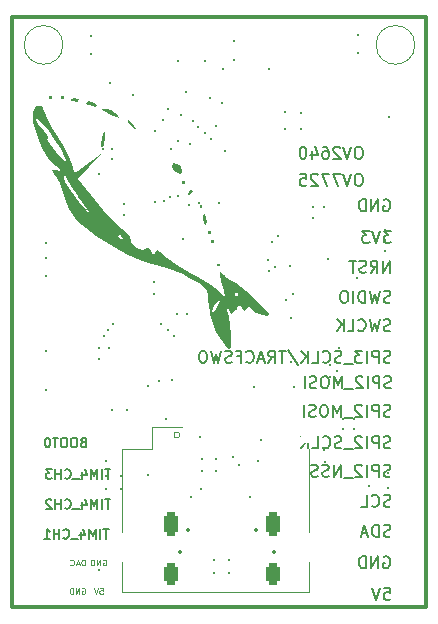
<source format=gbr>
%TF.GenerationSoftware,KiCad,Pcbnew,(5.99.0-12605-g2e120528c8)*%
%TF.CreationDate,2021-09-29T20:44:58+08:00*%
%TF.ProjectId,openmv4,6f70656e-6d76-4342-9e6b-696361645f70,rev?*%
%TF.SameCoordinates,Original*%
%TF.FileFunction,Legend,Bot*%
%TF.FilePolarity,Positive*%
%FSLAX46Y46*%
G04 Gerber Fmt 4.6, Leading zero omitted, Abs format (unit mm)*
G04 Created by KiCad (PCBNEW (5.99.0-12605-g2e120528c8)) date 2021-09-29 20:44:58*
%MOMM*%
%LPD*%
G01*
G04 APERTURE LIST*
G04 Aperture macros list*
%AMRoundRect*
0 Rectangle with rounded corners*
0 $1 Rounding radius*
0 $2 $3 $4 $5 $6 $7 $8 $9 X,Y pos of 4 corners*
0 Add a 4 corners polygon primitive as box body*
4,1,4,$2,$3,$4,$5,$6,$7,$8,$9,$2,$3,0*
0 Add four circle primitives for the rounded corners*
1,1,$1+$1,$2,$3*
1,1,$1+$1,$4,$5*
1,1,$1+$1,$6,$7*
1,1,$1+$1,$8,$9*
0 Add four rect primitives between the rounded corners*
20,1,$1+$1,$2,$3,$4,$5,0*
20,1,$1+$1,$4,$5,$6,$7,0*
20,1,$1+$1,$6,$7,$8,$9,0*
20,1,$1+$1,$8,$9,$2,$3,0*%
G04 Aperture macros list end*
%TA.AperFunction,Profile*%
%ADD10C,0.100000*%
%TD*%
%TA.AperFunction,Profile*%
%ADD11C,0.300000*%
%TD*%
%ADD12C,0.150000*%
%ADD13C,0.125000*%
%ADD14C,0.120000*%
%ADD15C,0.304800*%
%ADD16C,0.350000*%
%ADD17O,0.800000X1.100000*%
%ADD18R,1.800000X1.800000*%
%ADD19C,1.800000*%
%ADD20RoundRect,0.300000X-0.300000X-0.600000X0.300000X-0.600000X0.300000X0.600000X-0.300000X0.600000X0*%
%ADD21RoundRect,0.300000X-0.300000X-0.700000X0.300000X-0.700000X0.300000X0.700000X-0.300000X0.700000X0*%
%ADD22R,0.700000X1.600000*%
%ADD23R,1.600000X1.500000*%
%ADD24R,1.200000X2.200000*%
%ADD25R,1.200000X1.500000*%
G04 APERTURE END LIST*
D10*
X134716772Y-68757800D02*
G75*
G03*
X134716772Y-68757800I-1635886J0D01*
G01*
D11*
X100634800Y-66382800D02*
X135634800Y-66382800D01*
X135634800Y-116382800D02*
X135634800Y-66382800D01*
X100634800Y-116382800D02*
X100634800Y-66382800D01*
X100634800Y-116382800D02*
X135634800Y-116382800D01*
D10*
X104927400Y-68757800D02*
G75*
G03*
X104927400Y-68757800I-1635886J0D01*
G01*
D12*
X132078704Y-81884800D02*
X132173942Y-81837180D01*
X132316800Y-81837180D01*
X132459657Y-81884800D01*
X132554895Y-81980038D01*
X132602514Y-82075276D01*
X132650133Y-82265752D01*
X132650133Y-82408609D01*
X132602514Y-82599085D01*
X132554895Y-82694323D01*
X132459657Y-82789561D01*
X132316800Y-82837180D01*
X132221561Y-82837180D01*
X132078704Y-82789561D01*
X132031085Y-82741942D01*
X132031085Y-82408609D01*
X132221561Y-82408609D01*
X131602514Y-82837180D02*
X131602514Y-81837180D01*
X131031085Y-82837180D01*
X131031085Y-81837180D01*
X130554895Y-82837180D02*
X130554895Y-81837180D01*
X130316800Y-81837180D01*
X130173942Y-81884800D01*
X130078704Y-81980038D01*
X130031085Y-82075276D01*
X129983466Y-82265752D01*
X129983466Y-82408609D01*
X130031085Y-82599085D01*
X130078704Y-82694323D01*
X130173942Y-82789561D01*
X130316800Y-82837180D01*
X130554895Y-82837180D01*
X132078704Y-112110800D02*
X132173942Y-112063180D01*
X132316800Y-112063180D01*
X132459657Y-112110800D01*
X132554895Y-112206038D01*
X132602514Y-112301276D01*
X132650133Y-112491752D01*
X132650133Y-112634609D01*
X132602514Y-112825085D01*
X132554895Y-112920323D01*
X132459657Y-113015561D01*
X132316800Y-113063180D01*
X132221561Y-113063180D01*
X132078704Y-113015561D01*
X132031085Y-112967942D01*
X132031085Y-112634609D01*
X132221561Y-112634609D01*
X131602514Y-113063180D02*
X131602514Y-112063180D01*
X131031085Y-113063180D01*
X131031085Y-112063180D01*
X130554895Y-113063180D02*
X130554895Y-112063180D01*
X130316800Y-112063180D01*
X130173942Y-112110800D01*
X130078704Y-112206038D01*
X130031085Y-112301276D01*
X129983466Y-112491752D01*
X129983466Y-112634609D01*
X130031085Y-112825085D01*
X130078704Y-112920323D01*
X130173942Y-113015561D01*
X130316800Y-113063180D01*
X130554895Y-113063180D01*
X108805704Y-109759704D02*
X108348561Y-109759704D01*
X108577133Y-110559704D02*
X108577133Y-109759704D01*
X108081895Y-110559704D02*
X108081895Y-109759704D01*
X107700942Y-110559704D02*
X107700942Y-109759704D01*
X107434276Y-110331133D01*
X107167609Y-109759704D01*
X107167609Y-110559704D01*
X106443800Y-110026371D02*
X106443800Y-110559704D01*
X106634276Y-109721609D02*
X106824752Y-110293038D01*
X106329514Y-110293038D01*
X106215228Y-110635895D02*
X105605704Y-110635895D01*
X104958085Y-110483514D02*
X104996180Y-110521609D01*
X105110466Y-110559704D01*
X105186657Y-110559704D01*
X105300942Y-110521609D01*
X105377133Y-110445419D01*
X105415228Y-110369228D01*
X105453323Y-110216847D01*
X105453323Y-110102561D01*
X105415228Y-109950180D01*
X105377133Y-109873990D01*
X105300942Y-109797800D01*
X105186657Y-109759704D01*
X105110466Y-109759704D01*
X104996180Y-109797800D01*
X104958085Y-109835895D01*
X104615228Y-110559704D02*
X104615228Y-109759704D01*
X104615228Y-110140657D02*
X104158085Y-110140657D01*
X104158085Y-110559704D02*
X104158085Y-109759704D01*
X103358085Y-110559704D02*
X103815228Y-110559704D01*
X103586657Y-110559704D02*
X103586657Y-109759704D01*
X103662847Y-109873990D01*
X103739038Y-109950180D01*
X103815228Y-109988276D01*
X106621466Y-102393657D02*
X106507180Y-102431752D01*
X106469085Y-102469847D01*
X106430990Y-102546038D01*
X106430990Y-102660323D01*
X106469085Y-102736514D01*
X106507180Y-102774609D01*
X106583371Y-102812704D01*
X106888133Y-102812704D01*
X106888133Y-102012704D01*
X106621466Y-102012704D01*
X106545276Y-102050800D01*
X106507180Y-102088895D01*
X106469085Y-102165085D01*
X106469085Y-102241276D01*
X106507180Y-102317466D01*
X106545276Y-102355561D01*
X106621466Y-102393657D01*
X106888133Y-102393657D01*
X105935752Y-102012704D02*
X105783371Y-102012704D01*
X105707180Y-102050800D01*
X105630990Y-102126990D01*
X105592895Y-102279371D01*
X105592895Y-102546038D01*
X105630990Y-102698419D01*
X105707180Y-102774609D01*
X105783371Y-102812704D01*
X105935752Y-102812704D01*
X106011942Y-102774609D01*
X106088133Y-102698419D01*
X106126228Y-102546038D01*
X106126228Y-102279371D01*
X106088133Y-102126990D01*
X106011942Y-102050800D01*
X105935752Y-102012704D01*
X105097657Y-102012704D02*
X104945276Y-102012704D01*
X104869085Y-102050800D01*
X104792895Y-102126990D01*
X104754800Y-102279371D01*
X104754800Y-102546038D01*
X104792895Y-102698419D01*
X104869085Y-102774609D01*
X104945276Y-102812704D01*
X105097657Y-102812704D01*
X105173847Y-102774609D01*
X105250038Y-102698419D01*
X105288133Y-102546038D01*
X105288133Y-102279371D01*
X105250038Y-102126990D01*
X105173847Y-102050800D01*
X105097657Y-102012704D01*
X104526228Y-102012704D02*
X104069085Y-102012704D01*
X104297657Y-102812704D02*
X104297657Y-102012704D01*
X103650038Y-102012704D02*
X103573847Y-102012704D01*
X103497657Y-102050800D01*
X103459561Y-102088895D01*
X103421466Y-102165085D01*
X103383371Y-102317466D01*
X103383371Y-102507942D01*
X103421466Y-102660323D01*
X103459561Y-102736514D01*
X103497657Y-102774609D01*
X103573847Y-102812704D01*
X103650038Y-102812704D01*
X103726228Y-102774609D01*
X103764323Y-102736514D01*
X103802419Y-102660323D01*
X103840514Y-102507942D01*
X103840514Y-102317466D01*
X103802419Y-102165085D01*
X103764323Y-102088895D01*
X103726228Y-102050800D01*
X103650038Y-102012704D01*
X132602514Y-88044180D02*
X132602514Y-87044180D01*
X132031085Y-88044180D01*
X132031085Y-87044180D01*
X130983466Y-88044180D02*
X131316799Y-87567990D01*
X131554895Y-88044180D02*
X131554895Y-87044180D01*
X131173942Y-87044180D01*
X131078704Y-87091800D01*
X131031085Y-87139419D01*
X130983466Y-87234657D01*
X130983466Y-87377514D01*
X131031085Y-87472752D01*
X131078704Y-87520371D01*
X131173942Y-87567990D01*
X131554895Y-87567990D01*
X130602514Y-87996561D02*
X130459657Y-88044180D01*
X130221561Y-88044180D01*
X130126323Y-87996561D01*
X130078704Y-87948942D01*
X130031085Y-87853704D01*
X130031085Y-87758466D01*
X130078704Y-87663228D01*
X130126323Y-87615609D01*
X130221561Y-87567990D01*
X130412037Y-87520371D01*
X130507276Y-87472752D01*
X130554895Y-87425133D01*
X130602514Y-87329895D01*
X130602514Y-87234657D01*
X130554895Y-87139419D01*
X130507276Y-87091800D01*
X130412037Y-87044180D01*
X130173942Y-87044180D01*
X130031085Y-87091800D01*
X129745371Y-87044180D02*
X129173942Y-87044180D01*
X129459657Y-88044180D02*
X129459657Y-87044180D01*
D13*
X108044038Y-114749990D02*
X108282133Y-114749990D01*
X108305942Y-114988085D01*
X108282133Y-114964276D01*
X108234514Y-114940466D01*
X108115466Y-114940466D01*
X108067847Y-114964276D01*
X108044038Y-114988085D01*
X108020228Y-115035704D01*
X108020228Y-115154752D01*
X108044038Y-115202371D01*
X108067847Y-115226180D01*
X108115466Y-115249990D01*
X108234514Y-115249990D01*
X108282133Y-115226180D01*
X108305942Y-115202371D01*
X107877371Y-114749990D02*
X107710704Y-115249990D01*
X107544038Y-114749990D01*
X108329752Y-112360800D02*
X108377371Y-112336990D01*
X108448800Y-112336990D01*
X108520228Y-112360800D01*
X108567847Y-112408419D01*
X108591657Y-112456038D01*
X108615466Y-112551276D01*
X108615466Y-112622704D01*
X108591657Y-112717942D01*
X108567847Y-112765561D01*
X108520228Y-112813180D01*
X108448800Y-112836990D01*
X108401180Y-112836990D01*
X108329752Y-112813180D01*
X108305942Y-112789371D01*
X108305942Y-112622704D01*
X108401180Y-112622704D01*
X108091657Y-112836990D02*
X108091657Y-112336990D01*
X107805942Y-112836990D01*
X107805942Y-112336990D01*
X107567847Y-112836990D02*
X107567847Y-112336990D01*
X107448800Y-112336990D01*
X107377371Y-112360800D01*
X107329752Y-112408419D01*
X107305942Y-112456038D01*
X107282133Y-112551276D01*
X107282133Y-112622704D01*
X107305942Y-112717942D01*
X107329752Y-112765561D01*
X107377371Y-112813180D01*
X107448800Y-112836990D01*
X107567847Y-112836990D01*
D12*
X132126324Y-114730180D02*
X132602514Y-114730180D01*
X132650133Y-115206371D01*
X132602514Y-115158752D01*
X132507276Y-115111133D01*
X132269181Y-115111133D01*
X132173943Y-115158752D01*
X132126324Y-115206371D01*
X132078705Y-115301609D01*
X132078705Y-115539704D01*
X132126324Y-115634942D01*
X132173943Y-115682561D01*
X132269181Y-115730180D01*
X132507276Y-115730180D01*
X132602514Y-115682561D01*
X132650133Y-115634942D01*
X131792990Y-114730180D02*
X131459657Y-115730180D01*
X131126324Y-114730180D01*
X132650133Y-107808561D02*
X132507276Y-107856180D01*
X132269180Y-107856180D01*
X132173942Y-107808561D01*
X132126323Y-107760942D01*
X132078704Y-107665704D01*
X132078704Y-107570466D01*
X132126323Y-107475228D01*
X132173942Y-107427609D01*
X132269180Y-107379990D01*
X132459657Y-107332371D01*
X132554895Y-107284752D01*
X132602514Y-107237133D01*
X132650133Y-107141895D01*
X132650133Y-107046657D01*
X132602514Y-106951419D01*
X132554895Y-106903800D01*
X132459657Y-106856180D01*
X132221561Y-106856180D01*
X132078704Y-106903800D01*
X131078704Y-107760942D02*
X131126323Y-107808561D01*
X131269180Y-107856180D01*
X131364418Y-107856180D01*
X131507276Y-107808561D01*
X131602514Y-107713323D01*
X131650133Y-107618085D01*
X131697752Y-107427609D01*
X131697752Y-107284752D01*
X131650133Y-107094276D01*
X131602514Y-106999038D01*
X131507276Y-106903800D01*
X131364418Y-106856180D01*
X131269180Y-106856180D01*
X131126323Y-106903800D01*
X131078704Y-106951419D01*
X130173942Y-107856180D02*
X130650133Y-107856180D01*
X130650133Y-106856180D01*
D13*
X106766038Y-112836990D02*
X106766038Y-112336990D01*
X106646990Y-112336990D01*
X106575561Y-112360800D01*
X106527942Y-112408419D01*
X106504133Y-112456038D01*
X106480323Y-112551276D01*
X106480323Y-112622704D01*
X106504133Y-112717942D01*
X106527942Y-112765561D01*
X106575561Y-112813180D01*
X106646990Y-112836990D01*
X106766038Y-112836990D01*
X106289847Y-112694133D02*
X106051752Y-112694133D01*
X106337466Y-112836990D02*
X106170800Y-112336990D01*
X106004133Y-112836990D01*
X105551752Y-112789371D02*
X105575561Y-112813180D01*
X105646990Y-112836990D01*
X105694609Y-112836990D01*
X105766038Y-112813180D01*
X105813657Y-112765561D01*
X105837466Y-112717942D01*
X105861276Y-112622704D01*
X105861276Y-112551276D01*
X105837466Y-112456038D01*
X105813657Y-112408419D01*
X105766038Y-112360800D01*
X105694609Y-112336990D01*
X105646990Y-112336990D01*
X105575561Y-112360800D01*
X105551752Y-112384609D01*
D12*
X132650133Y-90536561D02*
X132507276Y-90584180D01*
X132269181Y-90584180D01*
X132173943Y-90536561D01*
X132126324Y-90488942D01*
X132078705Y-90393704D01*
X132078705Y-90298466D01*
X132126324Y-90203228D01*
X132173943Y-90155609D01*
X132269181Y-90107990D01*
X132459657Y-90060371D01*
X132554895Y-90012752D01*
X132602514Y-89965133D01*
X132650133Y-89869895D01*
X132650133Y-89774657D01*
X132602514Y-89679419D01*
X132554895Y-89631800D01*
X132459657Y-89584180D01*
X132221562Y-89584180D01*
X132078705Y-89631800D01*
X131745371Y-89584180D02*
X131507276Y-90584180D01*
X131316800Y-89869895D01*
X131126324Y-90584180D01*
X130888228Y-89584180D01*
X130507276Y-90584180D02*
X130507276Y-89584180D01*
X130269181Y-89584180D01*
X130126324Y-89631800D01*
X130031086Y-89727038D01*
X129983466Y-89822276D01*
X129935847Y-90012752D01*
X129935847Y-90155609D01*
X129983466Y-90346085D01*
X130031086Y-90441323D01*
X130126324Y-90536561D01*
X130269181Y-90584180D01*
X130507276Y-90584180D01*
X129507276Y-90584180D02*
X129507276Y-89584180D01*
X128840609Y-89584180D02*
X128650133Y-89584180D01*
X128554895Y-89631800D01*
X128459657Y-89727038D01*
X128412038Y-89917514D01*
X128412038Y-90250847D01*
X128459657Y-90441323D01*
X128554895Y-90536561D01*
X128650133Y-90584180D01*
X128840609Y-90584180D01*
X128935847Y-90536561D01*
X129031086Y-90441323D01*
X129078705Y-90250847D01*
X129078705Y-89917514D01*
X129031086Y-89727038D01*
X128935847Y-89631800D01*
X128840609Y-89584180D01*
X132650133Y-100188561D02*
X132507276Y-100236180D01*
X132269180Y-100236180D01*
X132173942Y-100188561D01*
X132126323Y-100140942D01*
X132078704Y-100045704D01*
X132078704Y-99950466D01*
X132126323Y-99855228D01*
X132173942Y-99807609D01*
X132269180Y-99759990D01*
X132459657Y-99712371D01*
X132554895Y-99664752D01*
X132602514Y-99617133D01*
X132650133Y-99521895D01*
X132650133Y-99426657D01*
X132602514Y-99331419D01*
X132554895Y-99283800D01*
X132459657Y-99236180D01*
X132221561Y-99236180D01*
X132078704Y-99283800D01*
X131650133Y-100236180D02*
X131650133Y-99236180D01*
X131269180Y-99236180D01*
X131173942Y-99283800D01*
X131126323Y-99331419D01*
X131078704Y-99426657D01*
X131078704Y-99569514D01*
X131126323Y-99664752D01*
X131173942Y-99712371D01*
X131269180Y-99759990D01*
X131650133Y-99759990D01*
X130650133Y-100236180D02*
X130650133Y-99236180D01*
X130221561Y-99331419D02*
X130173942Y-99283800D01*
X130078704Y-99236180D01*
X129840609Y-99236180D01*
X129745371Y-99283800D01*
X129697752Y-99331419D01*
X129650133Y-99426657D01*
X129650133Y-99521895D01*
X129697752Y-99664752D01*
X130269180Y-100236180D01*
X129650133Y-100236180D01*
X129459657Y-100331419D02*
X128697752Y-100331419D01*
X128459657Y-100236180D02*
X128459657Y-99236180D01*
X128126323Y-99950466D01*
X127792990Y-99236180D01*
X127792990Y-100236180D01*
X127126323Y-99236180D02*
X126935847Y-99236180D01*
X126840609Y-99283800D01*
X126745371Y-99379038D01*
X126697752Y-99569514D01*
X126697752Y-99902847D01*
X126745371Y-100093323D01*
X126840609Y-100188561D01*
X126935847Y-100236180D01*
X127126323Y-100236180D01*
X127221561Y-100188561D01*
X127316799Y-100093323D01*
X127364418Y-99902847D01*
X127364418Y-99569514D01*
X127316799Y-99379038D01*
X127221561Y-99283800D01*
X127126323Y-99236180D01*
X126316799Y-100188561D02*
X126173942Y-100236180D01*
X125935847Y-100236180D01*
X125840609Y-100188561D01*
X125792990Y-100140942D01*
X125745371Y-100045704D01*
X125745371Y-99950466D01*
X125792990Y-99855228D01*
X125840609Y-99807609D01*
X125935847Y-99759990D01*
X126126323Y-99712371D01*
X126221561Y-99664752D01*
X126269180Y-99617133D01*
X126316799Y-99521895D01*
X126316799Y-99426657D01*
X126269180Y-99331419D01*
X126221561Y-99283800D01*
X126126323Y-99236180D01*
X125888228Y-99236180D01*
X125745371Y-99283800D01*
X125316799Y-100236180D02*
X125316799Y-99236180D01*
X132650133Y-105268561D02*
X132507276Y-105316180D01*
X132269181Y-105316180D01*
X132173943Y-105268561D01*
X132126324Y-105220942D01*
X132078705Y-105125704D01*
X132078705Y-105030466D01*
X132126324Y-104935228D01*
X132173943Y-104887609D01*
X132269181Y-104839990D01*
X132459657Y-104792371D01*
X132554895Y-104744752D01*
X132602514Y-104697133D01*
X132650133Y-104601895D01*
X132650133Y-104506657D01*
X132602514Y-104411419D01*
X132554895Y-104363800D01*
X132459657Y-104316180D01*
X132221562Y-104316180D01*
X132078705Y-104363800D01*
X131650133Y-105316180D02*
X131650133Y-104316180D01*
X131269181Y-104316180D01*
X131173943Y-104363800D01*
X131126324Y-104411419D01*
X131078705Y-104506657D01*
X131078705Y-104649514D01*
X131126324Y-104744752D01*
X131173943Y-104792371D01*
X131269181Y-104839990D01*
X131650133Y-104839990D01*
X130650133Y-105316180D02*
X130650133Y-104316180D01*
X130221562Y-104411419D02*
X130173943Y-104363800D01*
X130078705Y-104316180D01*
X129840610Y-104316180D01*
X129745371Y-104363800D01*
X129697752Y-104411419D01*
X129650133Y-104506657D01*
X129650133Y-104601895D01*
X129697752Y-104744752D01*
X130269181Y-105316180D01*
X129650133Y-105316180D01*
X129459657Y-105411419D02*
X128697752Y-105411419D01*
X128459657Y-105316180D02*
X128459657Y-104316180D01*
X127888229Y-105316180D01*
X127888229Y-104316180D01*
X127459657Y-105268561D02*
X127316800Y-105316180D01*
X127078705Y-105316180D01*
X126983467Y-105268561D01*
X126935848Y-105220942D01*
X126888229Y-105125704D01*
X126888229Y-105030466D01*
X126935848Y-104935228D01*
X126983467Y-104887609D01*
X127078705Y-104839990D01*
X127269181Y-104792371D01*
X127364419Y-104744752D01*
X127412038Y-104697133D01*
X127459657Y-104601895D01*
X127459657Y-104506657D01*
X127412038Y-104411419D01*
X127364419Y-104363800D01*
X127269181Y-104316180D01*
X127031086Y-104316180D01*
X126888229Y-104363800D01*
X126507276Y-105268561D02*
X126364419Y-105316180D01*
X126126324Y-105316180D01*
X126031086Y-105268561D01*
X125983467Y-105220942D01*
X125935848Y-105125704D01*
X125935848Y-105030466D01*
X125983467Y-104935228D01*
X126031086Y-104887609D01*
X126126324Y-104839990D01*
X126316800Y-104792371D01*
X126412038Y-104744752D01*
X126459657Y-104697133D01*
X126507276Y-104601895D01*
X126507276Y-104506657D01*
X126459657Y-104411419D01*
X126412038Y-104363800D01*
X126316800Y-104316180D01*
X126078705Y-104316180D01*
X125935848Y-104363800D01*
X132650133Y-110348561D02*
X132507276Y-110396180D01*
X132269181Y-110396180D01*
X132173943Y-110348561D01*
X132126324Y-110300942D01*
X132078705Y-110205704D01*
X132078705Y-110110466D01*
X132126324Y-110015228D01*
X132173943Y-109967609D01*
X132269181Y-109919990D01*
X132459657Y-109872371D01*
X132554895Y-109824752D01*
X132602514Y-109777133D01*
X132650133Y-109681895D01*
X132650133Y-109586657D01*
X132602514Y-109491419D01*
X132554895Y-109443800D01*
X132459657Y-109396180D01*
X132221562Y-109396180D01*
X132078705Y-109443800D01*
X131650133Y-110396180D02*
X131650133Y-109396180D01*
X131412038Y-109396180D01*
X131269181Y-109443800D01*
X131173943Y-109539038D01*
X131126324Y-109634276D01*
X131078705Y-109824752D01*
X131078705Y-109967609D01*
X131126324Y-110158085D01*
X131173943Y-110253323D01*
X131269181Y-110348561D01*
X131412038Y-110396180D01*
X131650133Y-110396180D01*
X130697752Y-110110466D02*
X130221562Y-110110466D01*
X130792990Y-110396180D02*
X130459657Y-109396180D01*
X130126324Y-110396180D01*
X132650133Y-102855561D02*
X132507276Y-102903180D01*
X132269181Y-102903180D01*
X132173943Y-102855561D01*
X132126324Y-102807942D01*
X132078705Y-102712704D01*
X132078705Y-102617466D01*
X132126324Y-102522228D01*
X132173943Y-102474609D01*
X132269181Y-102426990D01*
X132459657Y-102379371D01*
X132554895Y-102331752D01*
X132602514Y-102284133D01*
X132650133Y-102188895D01*
X132650133Y-102093657D01*
X132602514Y-101998419D01*
X132554895Y-101950800D01*
X132459657Y-101903180D01*
X132221562Y-101903180D01*
X132078705Y-101950800D01*
X131650133Y-102903180D02*
X131650133Y-101903180D01*
X131269181Y-101903180D01*
X131173943Y-101950800D01*
X131126324Y-101998419D01*
X131078705Y-102093657D01*
X131078705Y-102236514D01*
X131126324Y-102331752D01*
X131173943Y-102379371D01*
X131269181Y-102426990D01*
X131650133Y-102426990D01*
X130650133Y-102903180D02*
X130650133Y-101903180D01*
X130221562Y-101998419D02*
X130173943Y-101950800D01*
X130078705Y-101903180D01*
X129840609Y-101903180D01*
X129745371Y-101950800D01*
X129697752Y-101998419D01*
X129650133Y-102093657D01*
X129650133Y-102188895D01*
X129697752Y-102331752D01*
X130269181Y-102903180D01*
X129650133Y-102903180D01*
X129459657Y-102998419D02*
X128697752Y-102998419D01*
X128507276Y-102855561D02*
X128364419Y-102903180D01*
X128126324Y-102903180D01*
X128031086Y-102855561D01*
X127983467Y-102807942D01*
X127935848Y-102712704D01*
X127935848Y-102617466D01*
X127983467Y-102522228D01*
X128031086Y-102474609D01*
X128126324Y-102426990D01*
X128316800Y-102379371D01*
X128412038Y-102331752D01*
X128459657Y-102284133D01*
X128507276Y-102188895D01*
X128507276Y-102093657D01*
X128459657Y-101998419D01*
X128412038Y-101950800D01*
X128316800Y-101903180D01*
X128078705Y-101903180D01*
X127935848Y-101950800D01*
X126935848Y-102807942D02*
X126983467Y-102855561D01*
X127126324Y-102903180D01*
X127221562Y-102903180D01*
X127364419Y-102855561D01*
X127459657Y-102760323D01*
X127507276Y-102665085D01*
X127554895Y-102474609D01*
X127554895Y-102331752D01*
X127507276Y-102141276D01*
X127459657Y-102046038D01*
X127364419Y-101950800D01*
X127221562Y-101903180D01*
X127126324Y-101903180D01*
X126983467Y-101950800D01*
X126935848Y-101998419D01*
X126031086Y-102903180D02*
X126507276Y-102903180D01*
X126507276Y-101903180D01*
X125697752Y-102903180D02*
X125697752Y-101903180D01*
X125126324Y-102903180D02*
X125554895Y-102331752D01*
X125126324Y-101903180D02*
X125697752Y-102474609D01*
X132721276Y-97775561D02*
X132578419Y-97823180D01*
X132340323Y-97823180D01*
X132245085Y-97775561D01*
X132197466Y-97727942D01*
X132149847Y-97632704D01*
X132149847Y-97537466D01*
X132197466Y-97442228D01*
X132245085Y-97394609D01*
X132340323Y-97346990D01*
X132530800Y-97299371D01*
X132626038Y-97251752D01*
X132673657Y-97204133D01*
X132721276Y-97108895D01*
X132721276Y-97013657D01*
X132673657Y-96918419D01*
X132626038Y-96870800D01*
X132530800Y-96823180D01*
X132292704Y-96823180D01*
X132149847Y-96870800D01*
X131721276Y-97823180D02*
X131721276Y-96823180D01*
X131340323Y-96823180D01*
X131245085Y-96870800D01*
X131197466Y-96918419D01*
X131149847Y-97013657D01*
X131149847Y-97156514D01*
X131197466Y-97251752D01*
X131245085Y-97299371D01*
X131340323Y-97346990D01*
X131721276Y-97346990D01*
X130721276Y-97823180D02*
X130721276Y-96823180D01*
X130292704Y-96918419D02*
X130245085Y-96870800D01*
X130149847Y-96823180D01*
X129911752Y-96823180D01*
X129816514Y-96870800D01*
X129768895Y-96918419D01*
X129721276Y-97013657D01*
X129721276Y-97108895D01*
X129768895Y-97251752D01*
X130340323Y-97823180D01*
X129721276Y-97823180D01*
X129530800Y-97918419D02*
X128768895Y-97918419D01*
X128530800Y-97823180D02*
X128530800Y-96823180D01*
X128197466Y-97537466D01*
X127864133Y-96823180D01*
X127864133Y-97823180D01*
X127197466Y-96823180D02*
X127006990Y-96823180D01*
X126911752Y-96870800D01*
X126816514Y-96966038D01*
X126768895Y-97156514D01*
X126768895Y-97489847D01*
X126816514Y-97680323D01*
X126911752Y-97775561D01*
X127006990Y-97823180D01*
X127197466Y-97823180D01*
X127292704Y-97775561D01*
X127387942Y-97680323D01*
X127435561Y-97489847D01*
X127435561Y-97156514D01*
X127387942Y-96966038D01*
X127292704Y-96870800D01*
X127197466Y-96823180D01*
X126387942Y-97775561D02*
X126245085Y-97823180D01*
X126006990Y-97823180D01*
X125911752Y-97775561D01*
X125864133Y-97727942D01*
X125816514Y-97632704D01*
X125816514Y-97537466D01*
X125864133Y-97442228D01*
X125911752Y-97394609D01*
X126006990Y-97346990D01*
X126197466Y-97299371D01*
X126292704Y-97251752D01*
X126340323Y-97204133D01*
X126387942Y-97108895D01*
X126387942Y-97013657D01*
X126340323Y-96918419D01*
X126292704Y-96870800D01*
X126197466Y-96823180D01*
X125959371Y-96823180D01*
X125816514Y-96870800D01*
X125387942Y-97823180D02*
X125387942Y-96823180D01*
X130062371Y-77392180D02*
X129871895Y-77392180D01*
X129776657Y-77439800D01*
X129681419Y-77535038D01*
X129633800Y-77725514D01*
X129633800Y-78058847D01*
X129681419Y-78249323D01*
X129776657Y-78344561D01*
X129871895Y-78392180D01*
X130062371Y-78392180D01*
X130157609Y-78344561D01*
X130252847Y-78249323D01*
X130300466Y-78058847D01*
X130300466Y-77725514D01*
X130252847Y-77535038D01*
X130157609Y-77439800D01*
X130062371Y-77392180D01*
X129348085Y-77392180D02*
X129014752Y-78392180D01*
X128681419Y-77392180D01*
X128395704Y-77487419D02*
X128348085Y-77439800D01*
X128252847Y-77392180D01*
X128014752Y-77392180D01*
X127919514Y-77439800D01*
X127871895Y-77487419D01*
X127824276Y-77582657D01*
X127824276Y-77677895D01*
X127871895Y-77820752D01*
X128443323Y-78392180D01*
X127824276Y-78392180D01*
X126967133Y-77392180D02*
X127157609Y-77392180D01*
X127252847Y-77439800D01*
X127300466Y-77487419D01*
X127395704Y-77630276D01*
X127443323Y-77820752D01*
X127443323Y-78201704D01*
X127395704Y-78296942D01*
X127348085Y-78344561D01*
X127252847Y-78392180D01*
X127062371Y-78392180D01*
X126967133Y-78344561D01*
X126919514Y-78296942D01*
X126871895Y-78201704D01*
X126871895Y-77963609D01*
X126919514Y-77868371D01*
X126967133Y-77820752D01*
X127062371Y-77773133D01*
X127252847Y-77773133D01*
X127348085Y-77820752D01*
X127395704Y-77868371D01*
X127443323Y-77963609D01*
X126014752Y-77725514D02*
X126014752Y-78392180D01*
X126252847Y-77344561D02*
X126490942Y-78058847D01*
X125871895Y-78058847D01*
X125300466Y-77392180D02*
X125205228Y-77392180D01*
X125109990Y-77439800D01*
X125062371Y-77487419D01*
X125014752Y-77582657D01*
X124967133Y-77773133D01*
X124967133Y-78011228D01*
X125014752Y-78201704D01*
X125062371Y-78296942D01*
X125109990Y-78344561D01*
X125205228Y-78392180D01*
X125300466Y-78392180D01*
X125395704Y-78344561D01*
X125443323Y-78296942D01*
X125490942Y-78201704D01*
X125538561Y-78011228D01*
X125538561Y-77773133D01*
X125490942Y-77582657D01*
X125443323Y-77487419D01*
X125395704Y-77439800D01*
X125300466Y-77392180D01*
X132650133Y-95616561D02*
X132507275Y-95664180D01*
X132269180Y-95664180D01*
X132173942Y-95616561D01*
X132126323Y-95568942D01*
X132078704Y-95473704D01*
X132078704Y-95378466D01*
X132126323Y-95283228D01*
X132173942Y-95235609D01*
X132269180Y-95187990D01*
X132459656Y-95140371D01*
X132554895Y-95092752D01*
X132602514Y-95045133D01*
X132650133Y-94949895D01*
X132650133Y-94854657D01*
X132602514Y-94759419D01*
X132554895Y-94711800D01*
X132459656Y-94664180D01*
X132221561Y-94664180D01*
X132078704Y-94711800D01*
X131650133Y-95664180D02*
X131650133Y-94664180D01*
X131269180Y-94664180D01*
X131173942Y-94711800D01*
X131126323Y-94759419D01*
X131078704Y-94854657D01*
X131078704Y-94997514D01*
X131126323Y-95092752D01*
X131173942Y-95140371D01*
X131269180Y-95187990D01*
X131650133Y-95187990D01*
X130650133Y-95664180D02*
X130650133Y-94664180D01*
X130269180Y-94664180D02*
X129650133Y-94664180D01*
X129983466Y-95045133D01*
X129840609Y-95045133D01*
X129745371Y-95092752D01*
X129697752Y-95140371D01*
X129650133Y-95235609D01*
X129650133Y-95473704D01*
X129697752Y-95568942D01*
X129745371Y-95616561D01*
X129840609Y-95664180D01*
X130126323Y-95664180D01*
X130221561Y-95616561D01*
X130269180Y-95568942D01*
X129459656Y-95759419D02*
X128697752Y-95759419D01*
X128507275Y-95616561D02*
X128364418Y-95664180D01*
X128126323Y-95664180D01*
X128031085Y-95616561D01*
X127983466Y-95568942D01*
X127935847Y-95473704D01*
X127935847Y-95378466D01*
X127983466Y-95283228D01*
X128031085Y-95235609D01*
X128126323Y-95187990D01*
X128316799Y-95140371D01*
X128412037Y-95092752D01*
X128459656Y-95045133D01*
X128507275Y-94949895D01*
X128507275Y-94854657D01*
X128459656Y-94759419D01*
X128412037Y-94711800D01*
X128316799Y-94664180D01*
X128078704Y-94664180D01*
X127935847Y-94711800D01*
X126935847Y-95568942D02*
X126983466Y-95616561D01*
X127126323Y-95664180D01*
X127221561Y-95664180D01*
X127364418Y-95616561D01*
X127459656Y-95521323D01*
X127507275Y-95426085D01*
X127554895Y-95235609D01*
X127554895Y-95092752D01*
X127507275Y-94902276D01*
X127459656Y-94807038D01*
X127364418Y-94711800D01*
X127221561Y-94664180D01*
X127126323Y-94664180D01*
X126983466Y-94711800D01*
X126935847Y-94759419D01*
X126031085Y-95664180D02*
X126507275Y-95664180D01*
X126507275Y-94664180D01*
X125697752Y-95664180D02*
X125697752Y-94664180D01*
X125126323Y-95664180D02*
X125554895Y-95092752D01*
X125126323Y-94664180D02*
X125697752Y-95235609D01*
X123983466Y-94616561D02*
X124840609Y-95902276D01*
X123792990Y-94664180D02*
X123221561Y-94664180D01*
X123507275Y-95664180D02*
X123507275Y-94664180D01*
X122316799Y-95664180D02*
X122650133Y-95187990D01*
X122888228Y-95664180D02*
X122888228Y-94664180D01*
X122507275Y-94664180D01*
X122412037Y-94711800D01*
X122364418Y-94759419D01*
X122316799Y-94854657D01*
X122316799Y-94997514D01*
X122364418Y-95092752D01*
X122412037Y-95140371D01*
X122507275Y-95187990D01*
X122888228Y-95187990D01*
X121935847Y-95378466D02*
X121459656Y-95378466D01*
X122031085Y-95664180D02*
X121697752Y-94664180D01*
X121364418Y-95664180D01*
X120459656Y-95568942D02*
X120507275Y-95616561D01*
X120650133Y-95664180D01*
X120745371Y-95664180D01*
X120888228Y-95616561D01*
X120983466Y-95521323D01*
X121031085Y-95426085D01*
X121078704Y-95235609D01*
X121078704Y-95092752D01*
X121031085Y-94902276D01*
X120983466Y-94807038D01*
X120888228Y-94711800D01*
X120745371Y-94664180D01*
X120650133Y-94664180D01*
X120507275Y-94711800D01*
X120459656Y-94759419D01*
X119697752Y-95140371D02*
X120031085Y-95140371D01*
X120031085Y-95664180D02*
X120031085Y-94664180D01*
X119554895Y-94664180D01*
X119221561Y-95616561D02*
X119078704Y-95664180D01*
X118840609Y-95664180D01*
X118745371Y-95616561D01*
X118697752Y-95568942D01*
X118650133Y-95473704D01*
X118650133Y-95378466D01*
X118697752Y-95283228D01*
X118745371Y-95235609D01*
X118840609Y-95187990D01*
X119031085Y-95140371D01*
X119126323Y-95092752D01*
X119173942Y-95045133D01*
X119221561Y-94949895D01*
X119221561Y-94854657D01*
X119173942Y-94759419D01*
X119126323Y-94711800D01*
X119031085Y-94664180D01*
X118792990Y-94664180D01*
X118650133Y-94711800D01*
X118316799Y-94664180D02*
X118078704Y-95664180D01*
X117888228Y-94949895D01*
X117697752Y-95664180D01*
X117459656Y-94664180D01*
X116888228Y-94664180D02*
X116697752Y-94664180D01*
X116602514Y-94711800D01*
X116507275Y-94807038D01*
X116459656Y-94997514D01*
X116459656Y-95330847D01*
X116507275Y-95521323D01*
X116602514Y-95616561D01*
X116697752Y-95664180D01*
X116888228Y-95664180D01*
X116983466Y-95616561D01*
X117078704Y-95521323D01*
X117126323Y-95330847D01*
X117126323Y-94997514D01*
X117078704Y-94807038D01*
X116983466Y-94711800D01*
X116888228Y-94664180D01*
X108932704Y-107219704D02*
X108475561Y-107219704D01*
X108704133Y-108019704D02*
X108704133Y-107219704D01*
X108208895Y-108019704D02*
X108208895Y-107219704D01*
X107827942Y-108019704D02*
X107827942Y-107219704D01*
X107561276Y-107791133D01*
X107294609Y-107219704D01*
X107294609Y-108019704D01*
X106570800Y-107486371D02*
X106570800Y-108019704D01*
X106761276Y-107181609D02*
X106951752Y-107753038D01*
X106456514Y-107753038D01*
X106342228Y-108095895D02*
X105732704Y-108095895D01*
X105085085Y-107943514D02*
X105123180Y-107981609D01*
X105237466Y-108019704D01*
X105313657Y-108019704D01*
X105427942Y-107981609D01*
X105504133Y-107905419D01*
X105542228Y-107829228D01*
X105580323Y-107676847D01*
X105580323Y-107562561D01*
X105542228Y-107410180D01*
X105504133Y-107333990D01*
X105427942Y-107257800D01*
X105313657Y-107219704D01*
X105237466Y-107219704D01*
X105123180Y-107257800D01*
X105085085Y-107295895D01*
X104742228Y-108019704D02*
X104742228Y-107219704D01*
X104742228Y-107600657D02*
X104285085Y-107600657D01*
X104285085Y-108019704D02*
X104285085Y-107219704D01*
X103942228Y-107295895D02*
X103904133Y-107257800D01*
X103827942Y-107219704D01*
X103637466Y-107219704D01*
X103561276Y-107257800D01*
X103523180Y-107295895D01*
X103485085Y-107372085D01*
X103485085Y-107448276D01*
X103523180Y-107562561D01*
X103980323Y-108019704D01*
X103485085Y-108019704D01*
X132697752Y-84504180D02*
X132078704Y-84504180D01*
X132412037Y-84885133D01*
X132269180Y-84885133D01*
X132173942Y-84932752D01*
X132126323Y-84980371D01*
X132078704Y-85075609D01*
X132078704Y-85313704D01*
X132126323Y-85408942D01*
X132173942Y-85456561D01*
X132269180Y-85504180D01*
X132554895Y-85504180D01*
X132650133Y-85456561D01*
X132697752Y-85408942D01*
X131792990Y-84504180D02*
X131459657Y-85504180D01*
X131126323Y-84504180D01*
X130888228Y-84504180D02*
X130269180Y-84504180D01*
X130602514Y-84885133D01*
X130459657Y-84885133D01*
X130364418Y-84932752D01*
X130316799Y-84980371D01*
X130269180Y-85075609D01*
X130269180Y-85313704D01*
X130316799Y-85408942D01*
X130364418Y-85456561D01*
X130459657Y-85504180D01*
X130745371Y-85504180D01*
X130840609Y-85456561D01*
X130888228Y-85408942D01*
D13*
X106551752Y-114773800D02*
X106599371Y-114749990D01*
X106670800Y-114749990D01*
X106742228Y-114773800D01*
X106789847Y-114821419D01*
X106813657Y-114869038D01*
X106837466Y-114964276D01*
X106837466Y-115035704D01*
X106813657Y-115130942D01*
X106789847Y-115178561D01*
X106742228Y-115226180D01*
X106670800Y-115249990D01*
X106623180Y-115249990D01*
X106551752Y-115226180D01*
X106527942Y-115202371D01*
X106527942Y-115035704D01*
X106623180Y-115035704D01*
X106313657Y-115249990D02*
X106313657Y-114749990D01*
X106027942Y-115249990D01*
X106027942Y-114749990D01*
X105789847Y-115249990D02*
X105789847Y-114749990D01*
X105670800Y-114749990D01*
X105599371Y-114773800D01*
X105551752Y-114821419D01*
X105527942Y-114869038D01*
X105504133Y-114964276D01*
X105504133Y-115035704D01*
X105527942Y-115130942D01*
X105551752Y-115178561D01*
X105599371Y-115226180D01*
X105670800Y-115249990D01*
X105789847Y-115249990D01*
D12*
X132650133Y-92949561D02*
X132507276Y-92997180D01*
X132269181Y-92997180D01*
X132173943Y-92949561D01*
X132126324Y-92901942D01*
X132078705Y-92806704D01*
X132078705Y-92711466D01*
X132126324Y-92616228D01*
X132173943Y-92568609D01*
X132269181Y-92520990D01*
X132459657Y-92473371D01*
X132554895Y-92425752D01*
X132602514Y-92378133D01*
X132650133Y-92282895D01*
X132650133Y-92187657D01*
X132602514Y-92092419D01*
X132554895Y-92044800D01*
X132459657Y-91997180D01*
X132221562Y-91997180D01*
X132078705Y-92044800D01*
X131745371Y-91997180D02*
X131507276Y-92997180D01*
X131316800Y-92282895D01*
X131126324Y-92997180D01*
X130888229Y-91997180D01*
X129935848Y-92901942D02*
X129983467Y-92949561D01*
X130126324Y-92997180D01*
X130221562Y-92997180D01*
X130364419Y-92949561D01*
X130459657Y-92854323D01*
X130507276Y-92759085D01*
X130554895Y-92568609D01*
X130554895Y-92425752D01*
X130507276Y-92235276D01*
X130459657Y-92140038D01*
X130364419Y-92044800D01*
X130221562Y-91997180D01*
X130126324Y-91997180D01*
X129983467Y-92044800D01*
X129935848Y-92092419D01*
X129031086Y-92997180D02*
X129507276Y-92997180D01*
X129507276Y-91997180D01*
X128697752Y-92997180D02*
X128697752Y-91997180D01*
X128126324Y-92997180D02*
X128554895Y-92425752D01*
X128126324Y-91997180D02*
X128697752Y-92568609D01*
X130062371Y-79678180D02*
X129871895Y-79678180D01*
X129776657Y-79725800D01*
X129681419Y-79821038D01*
X129633800Y-80011514D01*
X129633800Y-80344847D01*
X129681419Y-80535323D01*
X129776657Y-80630561D01*
X129871895Y-80678180D01*
X130062371Y-80678180D01*
X130157609Y-80630561D01*
X130252847Y-80535323D01*
X130300466Y-80344847D01*
X130300466Y-80011514D01*
X130252847Y-79821038D01*
X130157609Y-79725800D01*
X130062371Y-79678180D01*
X129348085Y-79678180D02*
X129014752Y-80678180D01*
X128681419Y-79678180D01*
X128443323Y-79678180D02*
X127776657Y-79678180D01*
X128205228Y-80678180D01*
X127490942Y-79678180D02*
X126824276Y-79678180D01*
X127252847Y-80678180D01*
X126490942Y-79773419D02*
X126443323Y-79725800D01*
X126348085Y-79678180D01*
X126109990Y-79678180D01*
X126014752Y-79725800D01*
X125967133Y-79773419D01*
X125919514Y-79868657D01*
X125919514Y-79963895D01*
X125967133Y-80106752D01*
X126538561Y-80678180D01*
X125919514Y-80678180D01*
X125014752Y-79678180D02*
X125490942Y-79678180D01*
X125538561Y-80154371D01*
X125490942Y-80106752D01*
X125395704Y-80059133D01*
X125157609Y-80059133D01*
X125062371Y-80106752D01*
X125014752Y-80154371D01*
X124967133Y-80249609D01*
X124967133Y-80487704D01*
X125014752Y-80582942D01*
X125062371Y-80630561D01*
X125157609Y-80678180D01*
X125395704Y-80678180D01*
X125490942Y-80630561D01*
X125538561Y-80582942D01*
X108932704Y-104679704D02*
X108475561Y-104679704D01*
X108704133Y-105479704D02*
X108704133Y-104679704D01*
X108208895Y-105479704D02*
X108208895Y-104679704D01*
X107827942Y-105479704D02*
X107827942Y-104679704D01*
X107561276Y-105251133D01*
X107294609Y-104679704D01*
X107294609Y-105479704D01*
X106570800Y-104946371D02*
X106570800Y-105479704D01*
X106761276Y-104641609D02*
X106951752Y-105213038D01*
X106456514Y-105213038D01*
X106342228Y-105555895D02*
X105732704Y-105555895D01*
X105085085Y-105403514D02*
X105123180Y-105441609D01*
X105237466Y-105479704D01*
X105313657Y-105479704D01*
X105427942Y-105441609D01*
X105504133Y-105365419D01*
X105542228Y-105289228D01*
X105580323Y-105136847D01*
X105580323Y-105022561D01*
X105542228Y-104870180D01*
X105504133Y-104793990D01*
X105427942Y-104717800D01*
X105313657Y-104679704D01*
X105237466Y-104679704D01*
X105123180Y-104717800D01*
X105085085Y-104755895D01*
X104742228Y-105479704D02*
X104742228Y-104679704D01*
X104742228Y-105060657D02*
X104285085Y-105060657D01*
X104285085Y-105479704D02*
X104285085Y-104679704D01*
X103980323Y-104679704D02*
X103485085Y-104679704D01*
X103751752Y-104984466D01*
X103637466Y-104984466D01*
X103561276Y-105022561D01*
X103523180Y-105060657D01*
X103485085Y-105136847D01*
X103485085Y-105327323D01*
X103523180Y-105403514D01*
X103561276Y-105441609D01*
X103637466Y-105479704D01*
X103866038Y-105479704D01*
X103942228Y-105441609D01*
X103980323Y-105403514D01*
%TO.C,G\u002A\u002A\u002A*%
G36*
X117052091Y-83369782D02*
G01*
X117160485Y-83726983D01*
X117049785Y-83987402D01*
X116902831Y-83893879D01*
X116772808Y-83369782D01*
X116773431Y-83304699D01*
X116836609Y-83002403D01*
X117052091Y-83369782D01*
G37*
G36*
X118242266Y-87521299D02*
G01*
X117992814Y-87521299D01*
X117992814Y-87271848D01*
X118242266Y-87271848D01*
X118242266Y-87521299D01*
G37*
G36*
X118264954Y-87997514D02*
G01*
X118289039Y-87979141D01*
X118475290Y-88161355D01*
X118655629Y-88391819D01*
X119253753Y-88754876D01*
X119606239Y-88959088D01*
X120425728Y-89588639D01*
X121334944Y-90415458D01*
X121982017Y-91066246D01*
X122359347Y-91523149D01*
X122301780Y-91685403D01*
X121853033Y-91657845D01*
X121260949Y-91477963D01*
X120784985Y-91078547D01*
X120651752Y-90882840D01*
X120470046Y-91086835D01*
X120359228Y-91296299D01*
X120121253Y-91019106D01*
X120109585Y-90993414D01*
X119845480Y-90740585D01*
X119499382Y-91138820D01*
X119470264Y-91187891D01*
X119158197Y-91536040D01*
X118968538Y-91239018D01*
X118878309Y-90985173D01*
X118801950Y-91119142D01*
X118804304Y-91259605D01*
X118955040Y-91726395D01*
X118992771Y-91795329D01*
X119108323Y-92386027D01*
X119181154Y-93324493D01*
X119195582Y-93745526D01*
X119178407Y-94391364D01*
X119026310Y-94497714D01*
X118668245Y-94183568D01*
X118639635Y-94154455D01*
X117910924Y-93061531D01*
X117393076Y-91667665D01*
X117352153Y-91335923D01*
X117535487Y-91335923D01*
X117584822Y-91431371D01*
X117868089Y-91198502D01*
X118011233Y-90975784D01*
X118200690Y-90441868D01*
X118151356Y-90346420D01*
X117868088Y-90579288D01*
X117724944Y-90802007D01*
X117535487Y-91335923D01*
X117352153Y-91335923D01*
X117231865Y-90360823D01*
X117235010Y-89946210D01*
X117235645Y-89862454D01*
X117073462Y-89432128D01*
X116586641Y-89028717D01*
X115624679Y-88475687D01*
X115063217Y-88191046D01*
X113701502Y-87630611D01*
X112495371Y-87281357D01*
X111894252Y-87119044D01*
X110451226Y-86513464D01*
X108851883Y-85641301D01*
X107733122Y-84902058D01*
X109553037Y-84902058D01*
X109559743Y-84968474D01*
X109885639Y-85234660D01*
X109999695Y-85198655D01*
X109885639Y-84902058D01*
X109735577Y-84788001D01*
X109553037Y-84902058D01*
X107733122Y-84902058D01*
X107337460Y-84640617D01*
X106149196Y-83649469D01*
X106144552Y-83644834D01*
X105454927Y-82665185D01*
X105021333Y-81534461D01*
X105002412Y-81446041D01*
X104680423Y-80467322D01*
X104431373Y-80048705D01*
X105048584Y-80048705D01*
X105141512Y-80364064D01*
X105591503Y-81135289D01*
X106289477Y-82050682D01*
X107532677Y-83513247D01*
X106546744Y-82079454D01*
X106234456Y-81615901D01*
X106178122Y-81527143D01*
X105651456Y-80697349D01*
X105305852Y-80077476D01*
X105117712Y-79767470D01*
X105048584Y-80048705D01*
X104431373Y-80048705D01*
X104275155Y-79786125D01*
X104170554Y-79676781D01*
X103998536Y-79379353D01*
X104423163Y-79388665D01*
X104604204Y-79414329D01*
X104721518Y-79371275D01*
X104771541Y-79352916D01*
X104330751Y-79028290D01*
X103762679Y-78480074D01*
X103174580Y-77526627D01*
X102709968Y-76406898D01*
X102431180Y-75312205D01*
X102424582Y-75122980D01*
X102659488Y-75122980D01*
X102788735Y-75459439D01*
X103324190Y-76079714D01*
X103590471Y-76328880D01*
X103635026Y-76684479D01*
X103608264Y-76742266D01*
X103797263Y-77191012D01*
X104356782Y-77833611D01*
X105313667Y-78747613D01*
X104813420Y-77751150D01*
X104725757Y-77581948D01*
X104208098Y-76716408D01*
X103632010Y-75902752D01*
X103108124Y-75275968D01*
X102747073Y-74971049D01*
X102659488Y-75122980D01*
X102424582Y-75122980D01*
X102407442Y-74631417D01*
X102400554Y-74433871D01*
X102680426Y-73963216D01*
X102745277Y-73936084D01*
X103156072Y-73959360D01*
X103435609Y-74543035D01*
X103647411Y-75105252D01*
X104021765Y-75777896D01*
X104375919Y-76264287D01*
X104974786Y-77251464D01*
X105484451Y-78263861D01*
X105805845Y-79096290D01*
X105839903Y-79543566D01*
X105833479Y-79595588D01*
X106184737Y-79405963D01*
X106892220Y-78915220D01*
X108189272Y-77967208D01*
X106183575Y-80122769D01*
X107628738Y-81914583D01*
X108361220Y-82778268D01*
X109250380Y-83727015D01*
X109928489Y-84342236D01*
X109934985Y-84347081D01*
X110495506Y-84872122D01*
X110652536Y-85245515D01*
X110729055Y-85506841D01*
X111227179Y-85924695D01*
X111699627Y-86106143D01*
X112015718Y-85983325D01*
X112114262Y-85889327D01*
X112362871Y-86222530D01*
X112563073Y-86539857D01*
X112737505Y-86345319D01*
X112924044Y-86144459D01*
X113385843Y-86488219D01*
X113725345Y-86793445D01*
X114606132Y-87407665D01*
X115691539Y-88042239D01*
X116400673Y-88440624D01*
X117432637Y-89093224D01*
X118110440Y-89614563D01*
X118761144Y-90245292D01*
X118693084Y-90015815D01*
X119489523Y-90015815D01*
X119738975Y-90015815D01*
X119738975Y-89766363D01*
X119489523Y-89766363D01*
X119489523Y-90015815D01*
X118693084Y-90015815D01*
X118447309Y-89187143D01*
X118437921Y-89155233D01*
X118307044Y-88583884D01*
X118262501Y-88389426D01*
X118264954Y-87997514D01*
G37*
G36*
X115248847Y-80536655D02*
G01*
X114999395Y-80536655D01*
X114999396Y-80287204D01*
X115248847Y-80287203D01*
X115248847Y-80536655D01*
G37*
G36*
X105021333Y-73302560D02*
G01*
X104771881Y-73302560D01*
X104771881Y-73053108D01*
X105021333Y-73053108D01*
X105021333Y-73302560D01*
G37*
G36*
X108476869Y-76621492D02*
G01*
X108430251Y-77199645D01*
X108257197Y-77501661D01*
X108154257Y-77273475D01*
X108238228Y-76621492D01*
X108365977Y-76133365D01*
X108449496Y-76034155D01*
X108476869Y-76621492D01*
G37*
G36*
X107655297Y-73691460D02*
G01*
X107782021Y-73844528D01*
X107710677Y-74033510D01*
X107158261Y-73883687D01*
X106919968Y-73732824D01*
X107021569Y-73550921D01*
X107135863Y-73534370D01*
X107655297Y-73691460D01*
G37*
G36*
X115955626Y-81160284D02*
G01*
X115948920Y-81226701D01*
X115623025Y-81492886D01*
X115508968Y-81456882D01*
X115623025Y-81160284D01*
X115773085Y-81046228D01*
X115955626Y-81160284D01*
G37*
G36*
X108638381Y-74175640D02*
G01*
X108964527Y-74281173D01*
X109614834Y-74695897D01*
X109713288Y-74910286D01*
X109262010Y-74799270D01*
X109017522Y-74696492D01*
X108413140Y-74371768D01*
X108255397Y-74166788D01*
X108638381Y-74175640D01*
G37*
G36*
X116745557Y-82532268D02*
G01*
X116496105Y-82532268D01*
X116496105Y-82282816D01*
X116745557Y-82282816D01*
X116745557Y-82532268D01*
G37*
G36*
X106283312Y-73317282D02*
G01*
X106315757Y-73354583D01*
X106226293Y-73553916D01*
X105707325Y-73537291D01*
X105507225Y-73458580D01*
X105707325Y-73317283D01*
X105895142Y-73283472D01*
X106283312Y-73317282D01*
G37*
G36*
X104023527Y-73302561D02*
G01*
X103774075Y-73302561D01*
X103774075Y-73053109D01*
X104023527Y-73053109D01*
X104023527Y-73302561D01*
G37*
G36*
X117493911Y-84527881D02*
G01*
X117493912Y-84777332D01*
X117244460Y-84777332D01*
X117244460Y-84527880D01*
X117493911Y-84527881D01*
G37*
G36*
X114874669Y-78915220D02*
G01*
X114931681Y-78991680D01*
X114999395Y-79538850D01*
X114823616Y-79674461D01*
X114375767Y-79414123D01*
X114134849Y-79063379D01*
X114251041Y-78790495D01*
X114371021Y-78772772D01*
X114874669Y-78915220D01*
G37*
G36*
X110844058Y-75462286D02*
G01*
X111152437Y-75840209D01*
X111030052Y-75899920D01*
X110884190Y-75819952D01*
X110406423Y-75276291D01*
X110450727Y-75147359D01*
X110844058Y-75462286D01*
G37*
G36*
X117743363Y-85525686D02*
G01*
X117493911Y-85525686D01*
X117493911Y-85276235D01*
X117743363Y-85276235D01*
X117743363Y-85525686D01*
G37*
D14*
%TO.C,U4*%
X112429800Y-101092800D02*
X112429800Y-102997800D01*
X109889800Y-115062800D02*
X125764800Y-115062800D01*
X125764800Y-115062800D02*
X125764800Y-112522800D01*
X112429800Y-102997800D02*
X110524800Y-102997800D01*
X109889800Y-102997800D02*
X109889800Y-109982800D01*
X110524800Y-102997800D02*
X109889800Y-102997800D01*
X125764800Y-109982800D02*
X125764800Y-102997800D01*
X114969800Y-101092800D02*
X112429800Y-101092800D01*
X109889800Y-112522800D02*
X109889800Y-115062800D01*
X114832800Y-101778800D02*
G75*
G03*
X114832800Y-101778800I-254000J0D01*
G01*
%TD*%
D15*
X125069600Y-75869800D03*
X123748800Y-74472800D03*
X107264200Y-69494400D03*
X125069600Y-74498200D03*
X108583800Y-105244800D03*
X128649800Y-100418800D03*
X103503800Y-88353800D03*
X132205800Y-86194800D03*
X110845600Y-72999600D03*
X129538800Y-101307800D03*
X114681000Y-70104000D03*
X132459800Y-106260800D03*
X116992400Y-70104000D03*
X109118400Y-78384400D03*
X126998800Y-82511800D03*
X112647800Y-89877800D03*
X116711800Y-103847800D03*
X126109800Y-82511800D03*
X117727800Y-112356800D03*
X121664800Y-102196800D03*
X108583800Y-106387800D03*
X124204800Y-95592800D03*
X121410800Y-103974800D03*
X107264200Y-68021200D03*
X126109800Y-83400800D03*
X117854800Y-104863800D03*
X108583800Y-103974800D03*
X129870200Y-69418200D03*
X109091800Y-99656800D03*
X110107800Y-83146800D03*
X129895600Y-67945000D03*
X132205800Y-85305800D03*
X118997800Y-112356800D03*
X108837800Y-94449800D03*
X112647800Y-88861800D03*
X110107800Y-82257800D03*
X103503800Y-85559800D03*
X109853800Y-106387800D03*
X103503800Y-94703800D03*
X116711800Y-104863800D03*
X117854800Y-103847800D03*
X128649800Y-101307800D03*
X118997800Y-113499800D03*
X114552800Y-91528800D03*
X109093000Y-77571600D03*
X132205800Y-84416800D03*
X103503800Y-86829800D03*
X129538800Y-100418800D03*
X110361800Y-99656800D03*
X107948800Y-94449800D03*
X115441800Y-91528800D03*
X117727800Y-113499800D03*
X107948800Y-95338800D03*
X127125800Y-104101800D03*
X109853800Y-105244800D03*
X103503800Y-98005800D03*
X132459800Y-104990800D03*
X128295400Y-94462600D03*
X123748800Y-75844400D03*
X127050800Y-103098600D03*
X130860800Y-106106800D03*
X129792800Y-88480800D03*
X116535200Y-101955600D03*
X112154800Y-105202800D03*
X112144800Y-97612800D03*
X116654800Y-106362800D03*
X120734800Y-107002800D03*
X119405400Y-68402200D03*
X119380000Y-70078600D03*
X122377200Y-70789800D03*
X118465600Y-70840600D03*
X108940600Y-71983600D03*
X114071400Y-77546200D03*
X114019400Y-81597400D03*
X114705200Y-81572000D03*
X114681000Y-76936600D03*
X118618000Y-77724000D03*
X118541800Y-88366600D03*
X115619600Y-82308600D03*
X115646200Y-77190600D03*
X118134200Y-82181600D03*
X117475000Y-76708000D03*
X116941600Y-76200000D03*
X113105000Y-97193000D03*
X113155800Y-87312400D03*
X118387430Y-73688970D03*
X119075200Y-89433400D03*
X117906800Y-75641200D03*
X117396830Y-73231770D03*
X112571600Y-86880600D03*
X116420900Y-82181700D03*
X116382800Y-75717400D03*
X114146400Y-97167600D03*
X115900200Y-75184000D03*
X111987400Y-86347200D03*
X115382800Y-72749170D03*
X120144800Y-90522800D03*
X114884200Y-74701400D03*
X112725200Y-82042000D03*
X112750600Y-76073000D03*
X120614800Y-90122800D03*
X113866230Y-74196970D03*
X113385600Y-75158600D03*
X113460600Y-82003800D03*
X115137000Y-85204200D03*
X113224800Y-92382800D03*
X113844800Y-92882800D03*
X114354800Y-93382800D03*
X108004610Y-113203990D03*
X124224800Y-91882800D03*
X124128600Y-87439400D03*
X127379800Y-86880600D03*
X127572400Y-95882800D03*
X128116400Y-96380200D03*
X127557600Y-96888200D03*
X128104800Y-97382800D03*
X119344800Y-103662800D03*
X119834800Y-104312800D03*
X113634800Y-100462800D03*
X132561400Y-74841000D03*
X109143800Y-92379800D03*
X108331000Y-77546200D03*
X108762800Y-92887800D03*
X107975400Y-79705200D03*
X108381800Y-93395800D03*
X107061000Y-83235800D03*
X123138000Y-84975600D03*
X122630000Y-85458200D03*
X122401400Y-87896600D03*
X123823800Y-90385800D03*
X124408000Y-89877800D03*
X122299800Y-86982200D03*
X121106000Y-97701000D03*
X124458800Y-97701000D03*
X122909400Y-87541000D03*
X115794800Y-107042800D03*
X119604800Y-91162800D03*
D16*
X134416800Y-95084800D03*
X134416800Y-92544800D03*
X134416800Y-90004800D03*
X134416800Y-87464800D03*
X134416800Y-84924800D03*
X134416800Y-82384800D03*
X134364800Y-77673200D03*
X131824800Y-77673200D03*
X104190800Y-115112800D03*
X104190800Y-112572800D03*
X134364800Y-80035400D03*
X131824800Y-80035400D03*
X115500770Y-109871290D03*
X121280790Y-109871290D03*
D17*
X122710760Y-113521270D03*
X114070800Y-113521270D03*
X122710760Y-109341280D03*
X114070800Y-109341280D03*
D16*
X101777800Y-102539800D03*
X101777800Y-105079800D03*
X101777800Y-107619800D03*
X101777800Y-110159800D03*
X101777800Y-112699800D03*
X101777800Y-115239800D03*
X134416800Y-97345500D03*
X134416800Y-99885500D03*
X134416800Y-102425500D03*
X134416800Y-104965500D03*
X134416800Y-107505500D03*
X134416800Y-110045500D03*
X134416800Y-112585500D03*
X134416800Y-115125500D03*
X114839750Y-111697780D03*
X122839730Y-111697780D03*
%LPC*%
D18*
%TO.C,J2*%
X134416800Y-95084800D03*
D19*
X134416800Y-92544800D03*
X134416800Y-90004800D03*
X134416800Y-87464800D03*
X134416800Y-84924800D03*
X134416800Y-82384800D03*
%TD*%
D18*
%TO.C,J5*%
X134364800Y-77673200D03*
D19*
X131824800Y-77673200D03*
%TD*%
D18*
%TO.C,J4*%
X104190800Y-115112800D03*
D19*
X104190800Y-112572800D03*
%TD*%
D18*
%TO.C,J6*%
X134364800Y-80035400D03*
D19*
X131824800Y-80035400D03*
%TD*%
D20*
%TO.C,U8*%
X122710760Y-113521270D03*
X114070800Y-113521270D03*
D21*
X122710760Y-109341280D03*
X114070800Y-109341280D03*
%TD*%
D18*
%TO.C,J1*%
X101777800Y-102539800D03*
D19*
X101777800Y-105079800D03*
X101777800Y-107619800D03*
X101777800Y-110159800D03*
X101777800Y-112699800D03*
X101777800Y-115239800D03*
%TD*%
D18*
%TO.C,J3*%
X134416800Y-97345500D03*
D19*
X134416800Y-99885500D03*
X134416800Y-102425500D03*
X134416800Y-104965500D03*
X134416800Y-107505500D03*
X134416800Y-110045500D03*
X134416800Y-112585500D03*
X134416800Y-115125500D03*
%TD*%
D22*
%TO.C,U4*%
X115639720Y-100697800D03*
X116739720Y-100697800D03*
X117839720Y-100697800D03*
X118939710Y-100697800D03*
X120039710Y-100697800D03*
X121139710Y-100697800D03*
X122239710Y-100697800D03*
X123339730Y-100697800D03*
X124439730Y-100697799D03*
D23*
X111039630Y-101697800D03*
D24*
X125639700Y-111297811D03*
X110139581Y-111297811D03*
D25*
X125639700Y-101697800D03*
%TD*%
M02*

</source>
